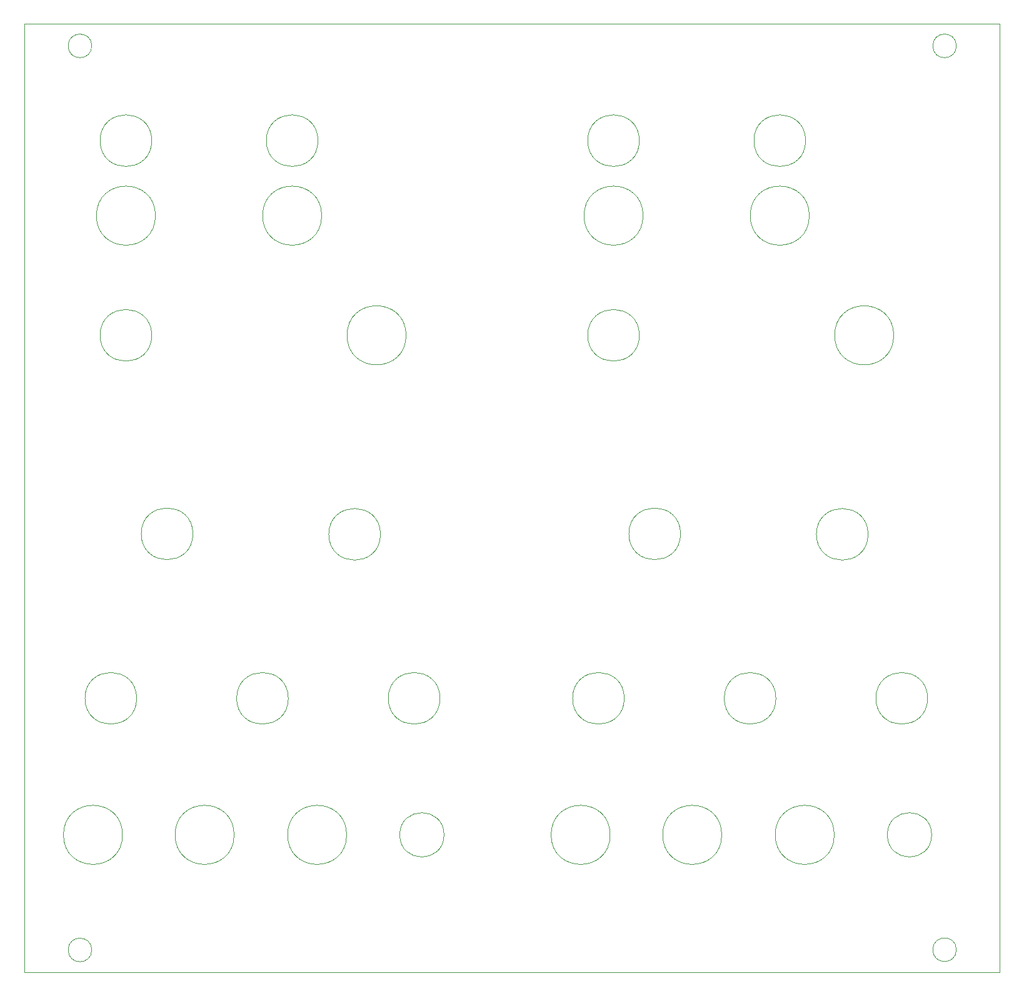
<source format=gm1>
%TF.GenerationSoftware,KiCad,Pcbnew,(5.1.12)-1*%
%TF.CreationDate,2021-11-26T17:34:04-08:00*%
%TF.ProjectId,VCA Front Pannel,56434120-4672-46f6-9e74-2050616e6e65,rev?*%
%TF.SameCoordinates,Original*%
%TF.FileFunction,Profile,NP*%
%FSLAX46Y46*%
G04 Gerber Fmt 4.6, Leading zero omitted, Abs format (unit mm)*
G04 Created by KiCad (PCBNEW (5.1.12)-1) date 2021-11-26 17:34:04*
%MOMM*%
%LPD*%
G01*
G04 APERTURE LIST*
%TA.AperFunction,Profile*%
%ADD10C,0.050000*%
%TD*%
G04 APERTURE END LIST*
D10*
X149210000Y-67015000D02*
G75*
G03*
X149210000Y-67015000I-4000000J0D01*
G01*
X137780000Y-50800000D02*
G75*
G03*
X137780000Y-50800000I-4000000J0D01*
G01*
X115267000Y-50800000D02*
G75*
G03*
X115267000Y-50800000I-4000000J0D01*
G01*
X137280000Y-40640000D02*
G75*
G03*
X137280000Y-40640000I-3500000J0D01*
G01*
X114767000Y-40640000D02*
G75*
G03*
X114767000Y-40640000I-3500000J0D01*
G01*
X145740000Y-93980000D02*
G75*
G03*
X145740000Y-93980000I-3500000J0D01*
G01*
X79700000Y-93980000D02*
G75*
G03*
X79700000Y-93980000I-3500000J0D01*
G01*
X75120000Y-134702000D02*
G75*
G03*
X75120000Y-134702000I-4000000J0D01*
G01*
X141160000Y-134702000D02*
G75*
G03*
X141160000Y-134702000I-4000000J0D01*
G01*
X125920000Y-134702000D02*
G75*
G03*
X125920000Y-134702000I-4000000J0D01*
G01*
X110807000Y-134702000D02*
G75*
G03*
X110807000Y-134702000I-4000000J0D01*
G01*
X133260000Y-116205000D02*
G75*
G03*
X133260000Y-116205000I-3500000J0D01*
G01*
X153800000Y-116205000D02*
G75*
G03*
X153800000Y-116205000I-3500000J0D01*
G01*
X154347000Y-134702000D02*
G75*
G03*
X154347000Y-134702000I-3000000J0D01*
G01*
X112720000Y-116205000D02*
G75*
G03*
X112720000Y-116205000I-3500000J0D01*
G01*
X114767000Y-67015000D02*
G75*
G03*
X114767000Y-67015000I-3500000J0D01*
G01*
X120340000Y-93915000D02*
G75*
G03*
X120340000Y-93915000I-3500000J0D01*
G01*
X71240000Y-40640000D02*
G75*
G03*
X71240000Y-40640000I-3500000J0D01*
G01*
X67220000Y-116205000D02*
G75*
G03*
X67220000Y-116205000I-3500000J0D01*
G01*
X48727000Y-40640000D02*
G75*
G03*
X48727000Y-40640000I-3500000J0D01*
G01*
X71740000Y-50800000D02*
G75*
G03*
X71740000Y-50800000I-4000000J0D01*
G01*
X49227000Y-50800000D02*
G75*
G03*
X49227000Y-50800000I-4000000J0D01*
G01*
X87760000Y-116205000D02*
G75*
G03*
X87760000Y-116205000I-3500000J0D01*
G01*
X54300000Y-93915000D02*
G75*
G03*
X54300000Y-93915000I-3500000J0D01*
G01*
X157700000Y-27800000D02*
G75*
G03*
X157700000Y-27800000I-1600000J0D01*
G01*
X40600000Y-27800000D02*
G75*
G03*
X40600000Y-27800000I-1600000J0D01*
G01*
X40600000Y-150300000D02*
G75*
G03*
X40600000Y-150300000I-1600000J0D01*
G01*
X83170000Y-67015000D02*
G75*
G03*
X83170000Y-67015000I-4000000J0D01*
G01*
X48727000Y-67015000D02*
G75*
G03*
X48727000Y-67015000I-3500000J0D01*
G01*
X88307000Y-134702000D02*
G75*
G03*
X88307000Y-134702000I-3000000J0D01*
G01*
X59880000Y-134702000D02*
G75*
G03*
X59880000Y-134702000I-4000000J0D01*
G01*
X44767000Y-134702000D02*
G75*
G03*
X44767000Y-134702000I-4000000J0D01*
G01*
X157700000Y-150266400D02*
G75*
G03*
X157700000Y-150266400I-1600000J0D01*
G01*
X46680000Y-116205000D02*
G75*
G03*
X46680000Y-116205000I-3500000J0D01*
G01*
X31500000Y-24800000D02*
X31500000Y-153300000D01*
X163580000Y-24800000D02*
X163580000Y-153300000D01*
X31500000Y-153300000D02*
X163580000Y-153300000D01*
X31500000Y-24800000D02*
X163580000Y-24800000D01*
M02*

</source>
